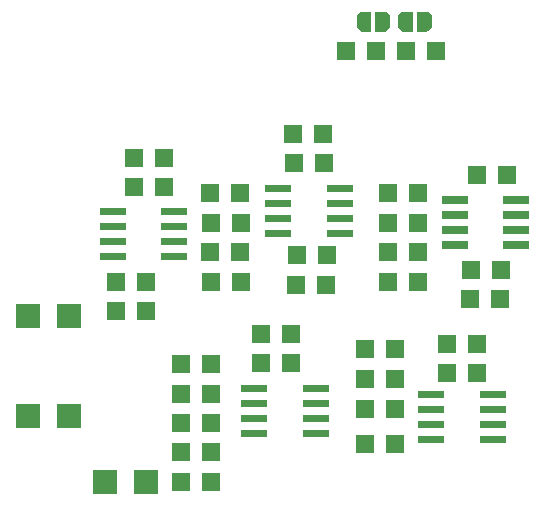
<source format=gbr>
G04 start of page 13 for group -4015 idx -4015 *
G04 Title: PD-ac, toppaste *
G04 Creator: pcb 1.99x *
G04 CreationDate: Fri 09 Jan 2009 03:59:07 PM GMT UTC *
G04 For: kmk *
G04 Format: Gerber/RS-274X *
G04 PCB-Dimensions: 275591 314961 *
G04 PCB-Coordinate-Origin: lower left *
%MOIN*%
%FSLAX24Y24*%
%LNFRONTPASTE*%
%ADD11C,0.0200*%
%ADD34R,0.0240X0.0240*%
%ADD35C,0.0344*%
%ADD36R,0.0344X0.0344*%
G54D11*G36*
X17727Y8863D02*Y8263D01*
X18327D01*
Y8863D01*
X17727D01*
G37*
G36*
X16727D02*Y8263D01*
X17327D01*
Y8863D01*
X16727D01*
G37*
G36*
X11593Y13095D02*Y12495D01*
X12193D01*
Y13095D01*
X11593D01*
G37*
G36*
X12593D02*Y12495D01*
X13193D01*
Y13095D01*
X12593D01*
G37*
G36*
X11625Y5418D02*Y4818D01*
X12225D01*
Y5418D01*
X11625D01*
G37*
G36*
X10625D02*Y4818D01*
X11225D01*
Y5418D01*
X10625D01*
G37*
G36*
X10609Y6418D02*Y5818D01*
X11209D01*
Y6418D01*
X10609D01*
G37*
G36*
X11609D02*Y5818D01*
X12209D01*
Y6418D01*
X11609D01*
G37*
G36*
X5407Y7715D02*Y6915D01*
X6207D01*
Y7715D01*
X5407D01*
G37*
G36*
X6785D02*Y6915D01*
X7585D01*
Y7715D01*
X6785D01*
G37*
G36*
X8444Y11142D02*Y10542D01*
X9044D01*
Y11142D01*
X8444D01*
G37*
G36*
X9444D02*Y10542D01*
X10044D01*
Y11142D01*
X9444D01*
G37*
G36*
X5407Y11061D02*Y10261D01*
X6207D01*
Y11061D01*
X5407D01*
G37*
G36*
X6785D02*Y10261D01*
X7585D01*
Y11061D01*
X6785D01*
G37*
G36*
X14286Y9387D02*Y8787D01*
X14886D01*
Y9387D01*
X14286D01*
G37*
G36*
X13286D02*Y8787D01*
X13886D01*
Y9387D01*
X13286D01*
G37*
G36*
X14286Y10372D02*Y9772D01*
X14886D01*
Y10372D01*
X14286D01*
G37*
G36*
X13286D02*Y9772D01*
X13886D01*
Y10372D01*
X13286D01*
G37*
G54D34*X13030Y8246D02*X13660D01*
X13030Y7746D02*X13660D01*
X13030Y7246D02*X13660D01*
X13030Y6746D02*X13660D01*
X15080D02*X15710D01*
X15080Y7246D02*X15710D01*
X15080Y7746D02*X15710D01*
X15080Y8246D02*X15710D01*
G54D11*G36*
X18515Y13095D02*Y12495D01*
X19115D01*
Y13095D01*
X18515D01*
G37*
G36*
X17515D02*Y12495D01*
X18115D01*
Y13095D01*
X17515D01*
G37*
G36*
X11626Y9371D02*Y8771D01*
X12226D01*
Y9371D01*
X11626D01*
G37*
G36*
X10626D02*Y8771D01*
X11226D01*
Y9371D01*
X10626D01*
G37*
G36*
X18515Y14079D02*Y13479D01*
X19115D01*
Y14079D01*
X18515D01*
G37*
G36*
X17515D02*Y13479D01*
X18115D01*
Y14079D01*
X17515D01*
G37*
G36*
X10609Y7386D02*Y6786D01*
X11209D01*
Y7386D01*
X10609D01*
G37*
G36*
X11609D02*Y6786D01*
X12209D01*
Y7386D01*
X11609D01*
G37*
G36*
X15463Y12996D02*Y12396D01*
X16063D01*
Y12996D01*
X15463D01*
G37*
G36*
X14463D02*Y12396D01*
X15063D01*
Y12996D01*
X14463D01*
G37*
G36*
X14349Y17032D02*Y16432D01*
X14949D01*
Y17032D01*
X14349D01*
G37*
G36*
X15349D02*Y16432D01*
X15949D01*
Y17032D01*
X15349D01*
G37*
G36*
X8444Y12111D02*Y11511D01*
X9044D01*
Y12111D01*
X8444D01*
G37*
G36*
X9444D02*Y11511D01*
X10044D01*
Y12111D01*
X9444D01*
G37*
G36*
X12609Y14079D02*Y13479D01*
X13209D01*
Y14079D01*
X12609D01*
G37*
G36*
X11609D02*Y13479D01*
X12209D01*
Y14079D01*
X11609D01*
G37*
G36*
X17499Y15063D02*Y14463D01*
X18099D01*
Y15063D01*
X17499D01*
G37*
G36*
X18499D02*Y14463D01*
X19099D01*
Y15063D01*
X18499D01*
G37*
G36*
X17727Y6697D02*Y6097D01*
X18327D01*
Y6697D01*
X17727D01*
G37*
G36*
X16727D02*Y6097D01*
X17327D01*
Y6697D01*
X16727D01*
G37*
G36*
X11593Y15063D02*Y14463D01*
X12193D01*
Y15063D01*
X11593D01*
G37*
G36*
X12593D02*Y14463D01*
X13193D01*
Y15063D01*
X12593D01*
G37*
G36*
X10609Y8370D02*Y7770D01*
X11209D01*
Y8370D01*
X10609D01*
G37*
G36*
X11609D02*Y7770D01*
X12209D01*
Y8370D01*
X11609D01*
G37*
G36*
X16125Y19787D02*Y19187D01*
X16725D01*
Y19787D01*
X16125D01*
G37*
G36*
X17125D02*Y19187D01*
X17725D01*
Y19787D01*
X17125D01*
G37*
G36*
X19105Y19788D02*Y19188D01*
X19705D01*
Y19788D01*
X19105D01*
G37*
G36*
X18105D02*Y19188D01*
X18705D01*
Y19788D01*
X18105D01*
G37*
G54D34*X8321Y14135D02*X8951D01*
X8321Y13635D02*X8951D01*
X8321Y13135D02*X8951D01*
X8321Y12635D02*X8951D01*
X10371D02*X11001D01*
X10371Y13135D02*X11001D01*
X10371Y13635D02*X11001D01*
X10371Y14135D02*X11001D01*
X19723Y14529D02*X20353D01*
X19723Y14029D02*X20353D01*
X19723Y13529D02*X20353D01*
X19723Y13029D02*X20353D01*
X21773D02*X22403D01*
X21773Y13529D02*X22403D01*
X21773Y14029D02*X22403D01*
X21773Y14529D02*X22403D01*
G54D11*G36*
X20483Y10044D02*Y9444D01*
X21083D01*
Y10044D01*
X20483D01*
G37*
G36*
X19483D02*Y9444D01*
X20083D01*
Y10044D01*
X19483D01*
G37*
G36*
X14448Y12012D02*Y11412D01*
X15048D01*
Y12012D01*
X14448D01*
G37*
G36*
X15448D02*Y11412D01*
X16048D01*
Y12012D01*
X15448D01*
G37*
G36*
X17727Y7878D02*Y7278D01*
X18327D01*
Y7878D01*
X17727D01*
G37*
G36*
X16727D02*Y7278D01*
X17327D01*
Y7878D01*
X16727D01*
G37*
G54D35*X18307Y20630D02*Y20315D01*
G54D36*X18464Y20630D02*Y20315D01*
G54D35*X19094Y20630D02*Y20315D01*
G54D36*X18937Y20630D02*Y20315D01*
G54D11*G36*
X18518Y12110D02*Y11510D01*
X19118D01*
Y12110D01*
X18518D01*
G37*
G36*
X17518D02*Y11510D01*
X18118D01*
Y12110D01*
X17518D01*
G37*
G36*
X7966Y5534D02*Y4734D01*
X8766D01*
Y5534D01*
X7966D01*
G37*
G36*
X9344D02*Y4734D01*
X10144D01*
Y5534D01*
X9344D01*
G37*
G36*
X12609Y12111D02*Y11511D01*
X13209D01*
Y12111D01*
X12609D01*
G37*
G36*
X11609D02*Y11511D01*
X12209D01*
Y12111D01*
X11609D01*
G37*
G36*
X21270Y12504D02*Y11904D01*
X21870D01*
Y12504D01*
X21270D01*
G37*
G36*
X20270D02*Y11904D01*
X20870D01*
Y12504D01*
X20270D01*
G37*
G36*
X9034Y16244D02*Y15644D01*
X9634D01*
Y16244D01*
X9034D01*
G37*
G36*
X10034D02*Y15644D01*
X10634D01*
Y16244D01*
X10034D01*
G37*
G36*
X20483Y9059D02*Y8459D01*
X21083D01*
Y9059D01*
X20483D01*
G37*
G36*
X19483D02*Y8459D01*
X20083D01*
Y9059D01*
X19483D01*
G37*
G36*
X21467Y15654D02*Y15054D01*
X22067D01*
Y15654D01*
X21467D01*
G37*
G36*
X20467D02*Y15054D01*
X21067D01*
Y15654D01*
X20467D01*
G37*
G54D34*X13833Y14923D02*X14463D01*
X13833Y14423D02*X14463D01*
X13833Y13923D02*X14463D01*
X13833Y13423D02*X14463D01*
X15883D02*X16513D01*
X15883Y13923D02*X16513D01*
X15883Y14423D02*X16513D01*
X15883Y14923D02*X16513D01*
G54D11*G36*
X10050Y15260D02*Y14660D01*
X10650D01*
Y15260D01*
X10050D01*
G37*
G36*
X9050D02*Y14660D01*
X9650D01*
Y15260D01*
X9050D01*
G37*
G54D35*X17716Y20630D02*Y20315D01*
G54D36*X17559Y20630D02*Y20315D01*
G54D35*X16929Y20630D02*Y20315D01*
G54D36*X17086Y20630D02*Y20315D01*
G54D11*G36*
X20255Y11520D02*Y10920D01*
X20855D01*
Y11520D01*
X20255D01*
G37*
G36*
X21255D02*Y10920D01*
X21855D01*
Y11520D01*
X21255D01*
G37*
G54D34*X18935Y8033D02*X19565D01*
X18935Y7533D02*X19565D01*
X18935Y7033D02*X19565D01*
X18935Y6533D02*X19565D01*
X20985D02*X21615D01*
X20985Y7033D02*X21615D01*
X20985Y7533D02*X21615D01*
X20985Y8033D02*X21615D01*
G54D11*G36*
X15365Y16048D02*Y15448D01*
X15965D01*
Y16048D01*
X15365D01*
G37*
G36*
X14365D02*Y15448D01*
X14965D01*
Y16048D01*
X14365D01*
G37*
G36*
X17727Y9847D02*Y9247D01*
X18327D01*
Y9847D01*
X17727D01*
G37*
G36*
X16727D02*Y9247D01*
X17327D01*
Y9847D01*
X16727D01*
G37*
M02*

</source>
